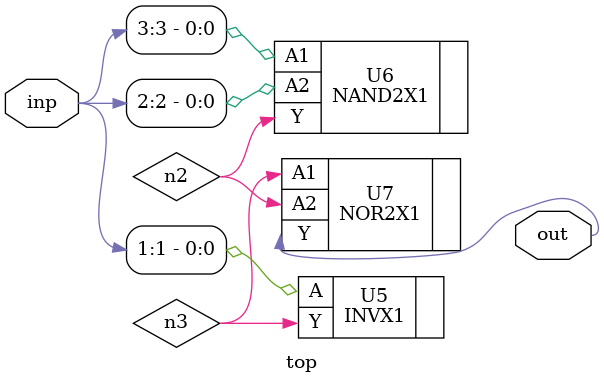
<source format=sv>


module top ( inp, out );
  input [3:0] inp;
  output out;
  wire   n2, n3;

  INVX1 U5 ( .A(inp[1]), .Y(n3) );
  NAND2X1 U6 ( .A1(inp[3]), .A2(inp[2]), .Y(n2) );
  NOR2X1 U7 ( .A1(n3), .A2(n2), .Y(out) );
endmodule


</source>
